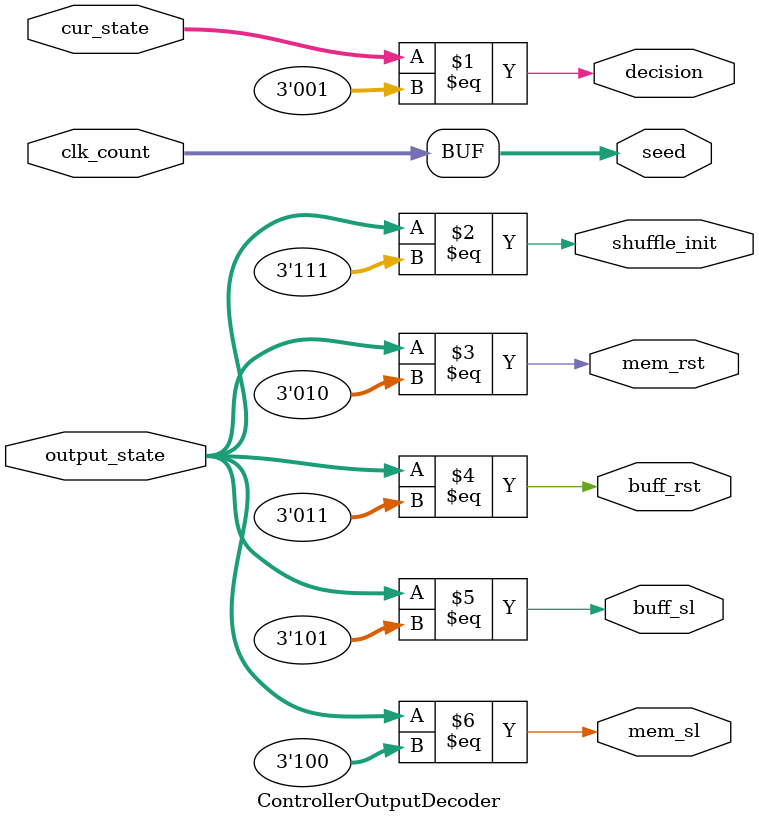
<source format=v>

`include "button_release_detector.v"

module Controller(
    input clk, 
    input rstn, 
    input confirm_in, 
    input shuffle_in, 
    input same, 
    input master_same,
    input input_valid, 
    input error_num, 
    input buff_limit,
    input mem_limit,

    output shuffle_init, 
    output [31:0] seed, 
    output decision, 
    output mem_sl, 
    output buff_sl, 
    output mem_rst,
    output buff_rst
    );

    wire [2:0] cur_state;
    wire [2:0] output_state;
    wire [31:0] clk_count;

    wire confirm_released, shuffle_released;

    button_release_detector ConfirmDetector(
        .clk(clk),
        .rstn(rstn),
        .in(confirm_in),
        .out(confirm_released)
    );
    button_release_detector ShuffleDetector(
        .clk(clk),
        .rstn(rstn),
        .in(shuffle_in),
        .out(shuffle_released)
    );

    ControllerStateManager StateManager(
        .clk(clk),
        .rstn(rstn),
        .confirm_released(confirm_released),
        .shuffle_released(shuffle_released),
        .same(same),
        .master_same(master_same),
        .input_valid(input_valid),
        .error_num(error_num),
        .buff_limit(buff_limit),
        .mem_limit(mem_limit),
        .clk_count(clk_count),

        .cur_state(cur_state),
        .output_state(output_state)
    );

    ControllerClkCounter ClkCounter(
        .clk(clk),
        .rstn(rstn),
        .cur_state(cur_state),
        .shuffle_in(shuffle_in),
        .confirm_in(confirm_in),

        .clk_count(clk_count)
    );

    ControllerOutputDecoder OutputDecoder(
        .output_state(output_state),
        .clk_count(clk_count),
        .cur_state(cur_state),
        .shuffle_init(shuffle_init),
        .seed(seed),
        .decision(decision),
        .mem_sl(mem_sl),
        .buff_sl(buff_sl),
        .mem_rst(mem_rst),
        .buff_rst(buff_rst)
    );
    
endmodule


module ControllerStateManager( // next state comb circuit + state register
    input clk, 
    input rstn, 
    input confirm_released,
    input shuffle_released,
    input same, 
    input master_same,
    input input_valid, 
    input error_num, 
    input buff_limit,
    input mem_limit,
    input [31:0] clk_count,

    output reg [2:0] cur_state,
    output reg [2:0] output_state
    ); 

    reg [2:0] prev_state;

    localparam [2:0] noop_mode = 3'b000;
    localparam [2:0] set_psw_mode = 3'b001;
    localparam [2:0] confirm_psw_mode = 3'b010;
    localparam [2:0] shuffle_mode = 3'b011;
    localparam [2:0] locked_mode = 3'b100;
    localparam [2:0] challenge_mode = 3'b101;
    localparam [2:0] unlocked_mode = 3'b110;

    localparam [2:0] allzero_outputs = 3'b000;
    localparam [2:0] shuffle_init_output = 3'b111;
    localparam [2:0] mem_rst_output = 3'b010;
    localparam [2:0] buff_rst_output = 3'b011;
    localparam [2:0] mem_sl_output = 3'b100;
    localparam [2:0] buff_sl_output = 3'b101;

    always @(negedge clk or negedge rstn) begin 
        if (~rstn) cur_state <= noop_mode; 
        else begin
            case(cur_state)
                noop_mode: begin
                    cur_state <= set_psw_mode;
                    prev_state <= set_psw_mode;
                    output_state <= mem_rst_output;
                end

                set_psw_mode: begin
                    if (shuffle_released) begin // shuffle == 1, others: x
                        // transition to shuffle mode, shuffle_init
                        cur_state <= shuffle_mode;
                        prev_state <= cur_state;
                        // It is recommended that we always use '<='(non-blocking) instead of '='(blocking) when making sequential logic circuits
                        // these two lines will result in cur_state == shuffle_mode, prev_state == set_psw_mode, which is what we expect.
                        // If we use blocking statements like these:
                        //     cur_state = shuffle_mode;
                        //     prev_state = cur_state;
                        // we get a result of cur_state == shuffle_mode, prev_state == shuffle_mode.
                        // Not only is this far from what we expect, it is more difficult to realize, because this isn't a software in which we have our 'variable's stored in RAMs. 
                        output_state <= shuffle_init_output;
                    end

                    else if (confirm_released) begin // shuffle == 0, confirm_released == 1, others: x (confirm_released has more priority than input_valid)
                        // transition to confirm_psw mode, reset buffer
                        cur_state <= confirm_psw_mode;
                        prev_state <= cur_state;
                        output_state <= buff_rst_output;
                    end

                    else begin // shuffle == 0, confirm_released == 0, others: x
                        // stay in current (set_psw) mode, reset memory if i.v. and mem_limit, sl memeory if i.v. and !mem_limit
                        cur_state <= cur_state;
                        prev_state <= prev_state;
                        output_state <= {input_valid & ~mem_limit, input_valid & mem_limit, 1'b0};
                    end
                end

                confirm_psw_mode: begin
                    if (shuffle_released) begin // shuffle_released == 1, others: x
                        // transition to shuffle mode, shuffle_init
                        cur_state <= shuffle_mode;
                        prev_state <= cur_state;
                        output_state <= shuffle_init_output;
                    end

                    else if (confirm_released) begin // shuffle_released == 0, confirm_released == 1, others: x
                        if (same) begin // shuffle_released == 0, confirm_released == 1, same == 1, others: x
                            // transition to locked mode, no output
                            cur_state <= locked_mode;
                            prev_state <= cur_state;
                            output_state <= allzero_outputs;
                        end
                        else begin // shuffle_released == 0, confirm_released == 1, same == 0, others: x
                            // transition to set_psw mode, reset memory
                            cur_state <= set_psw_mode;
                            prev_state <= cur_state;
                            output_state <= mem_rst_output;
                        end
                    end

                    else begin // shuffle_released ==0, confirm_released == 0, others: x
                        // stay in current(confirm_psw) mode, reset buffer if i.v. & buff_limit, sl buffer if i.v. & !buff_limit
                        cur_state <= cur_state;
                        prev_state <= prev_state;
                        output_state <= {input_valid & ~buff_limit, input_valid & buff_limit, 1'b1};
                    end
                end

                shuffle_mode: begin
                    if (clk_count == 32'b1010) begin // clk_count == 10, others: x
                        // transition to previous mode, no output
                        prev_state <= cur_state;
                        cur_state <= prev_state;
                        output_state <= allzero_outputs;
                    end
                    else begin // clk_count != 0, others: x
                        // stay in current(shuffle) mode, no output
                        prev_state <= prev_state;
                        cur_state <= cur_state;
                        output_state <= allzero_outputs;
                    end
                end

                locked_mode: begin
                    if (confirm_released) begin // confirm_released == 1, others: x
                        // transition to challenge_mode, reset buffer
                        cur_state <= challenge_mode;
                        prev_state <= cur_state;
                        output_state <= buff_rst_output;
                    end
                    else begin // confirm_released == 0, others: x
                        // stay in current (locked) mode, no output
                        cur_state <= cur_state;
                        prev_state <= prev_state;
                        output_state <= allzero_outputs;
                    end
                end

                challenge_mode: begin
                    if (shuffle_released) begin // shuffle_released == 1, others: x
                        // transition to shuffle mode, shuffle init
                        cur_state <= shuffle_mode;
                        prev_state <= cur_state;
                        output_state <= shuffle_init_output;
                    end
                    else if (confirm_released) begin // shuffle_released == 0, confirm_released == 1, others: x
                        if ((same & (error_num < 4'b1010)) | master_same) begin 
                            // transition to unlocked mode, no output
                            cur_state <= unlocked_mode;
                            prev_state <= cur_state;
                            output_state <= allzero_outputs;
                        end
                        else begin
                            // transition to locked mode, no output
                            cur_state <= locked_mode;
                            prev_state <= cur_state;
                            output_state <= allzero_outputs;
                        end
                    end
                    else if (input_valid) begin // shuffle_released == 0, confirm_released == 0, input_valid == 1, others: x
                        if (buff_limit) begin // shuffle_released == 0, confirm_released == 0, input_valid == 1, limit == 1, others: x
                            // transition to locked mode, no output
                            cur_state <= locked_mode;
                            prev_state <= cur_state;
                            output_state <= allzero_outputs;
                        end
                        else begin // shuffle_released == 0, confirm_released == 0, input_valid == 1, limit == 0, others: x
                            // stay in current (challenge) mode, shift left buffer
                            cur_state <= cur_state;
                            prev_state <= prev_state;
                            output_state <= buff_sl_output;
                        end
                    end
                    else begin // shuffle_released == 0, confirm_released == 0, input_valid == 0, others: x
                        // stay in current (challenge) mode, no output
                        cur_state <= cur_state;
                        prev_state <= prev_state;
                        output_state <= allzero_outputs;
                    end
                end
                unlocked_mode: begin
                    if (confirm_released) begin
                        if (clk_count < 32'b1011011100011011000000) begin // confirm_released == 1, clk_count < 3seconds, others: x
                            // transition to locked mode, no output
                            cur_state <= locked_mode;
                            prev_state <= cur_state;
                            output_state <= allzero_outputs;
                        end
                        else begin // confirm_released == 0, clk_count > 3seconds, others: x
                            // transition to set_psw mode, reset memory
                            cur_state <= set_psw_mode;
                            prev_state <= cur_state;
                            output_state <= mem_rst_output;
                        end
                    end
                    else begin
                        // stay in current (unlocked) mode, no output
                        cur_state <= cur_state;
                        prev_state <= prev_state;
                        output_state <= allzero_outputs;
                    end
                end
            endcase
        end
    end
endmodule

module ControllerClkCounter(
    input clk, 
    input rstn,
    input [2:0] cur_state,
    input shuffle_in,
    input confirm_in,
    
    output reg [31:0] clk_count
    );

    // counter enable/reset circuit + counter

    localparam [2:0] noop_mode = 3'b000;
    localparam [2:0] set_psw_mode = 3'b001;
    localparam [2:0] confirm_psw_mode = 3'b010;
    localparam [2:0] shuffle_mode = 3'b011;
    localparam [2:0] locked_mode = 3'b100;
    localparam [2:0] challenge_mode = 3'b101;
    localparam [2:0] unlocked_mode = 3'b110;

    always @(negedge clk or negedge rstn) begin
        if (~rstn) clk_count <= 32'b0;
        else begin
            case (cur_state) 
                noop_mode: clk_count <= 32'b0;
                set_psw_mode: clk_count <= clk_count + {31'b0, shuffle_in};
                confirm_psw_mode: clk_count <= clk_count + {31'b0, shuffle_in};
                shuffle_mode: clk_count <= clk_count + 1;
                locked_mode: clk_count <= 32'b0;
                challenge_mode: clk_count <= clk_count + {31'b0, shuffle_in};
                unlocked_mode: clk_count <= clk_count + {31'b0, confirm_in};
            endcase
        end
    end

endmodule
    
module ControllerOutputDecoder(
    input [2:0] output_state,
    input [31:0] clk_count,
    input [2:0] cur_state,

    output shuffle_init, 
    output [31:0] seed, 
    output decision, 
    output mem_sl, 
    output buff_sl, 
    output mem_rst,
    output buff_rst
    );

    localparam [2:0] allzero_outputs = 3'b000;
    localparam [2:0] shuffle_init_output = 3'b111;
    localparam [2:0] mem_rst_output = 3'b010;
    localparam [2:0] buff_rst_output = 3'b011;
    localparam [2:0] mem_sl_output = 3'b100;
    localparam [2:0] buff_sl_output = 3'b101;

    localparam [2:0] set_psw_mode = 3'b001;

    // output combinational circuit
    assign seed = clk_count;
    assign decision = cur_state == set_psw_mode;
    assign shuffle_init = output_state == shuffle_init_output;
    assign mem_rst = output_state == mem_rst_output;
    assign buff_rst = output_state == buff_rst_output;
    assign buff_sl = output_state == buff_sl_output;
    assign mem_sl = output_state == mem_sl_output;

endmodule


                    




                        
                        
                        


</source>
